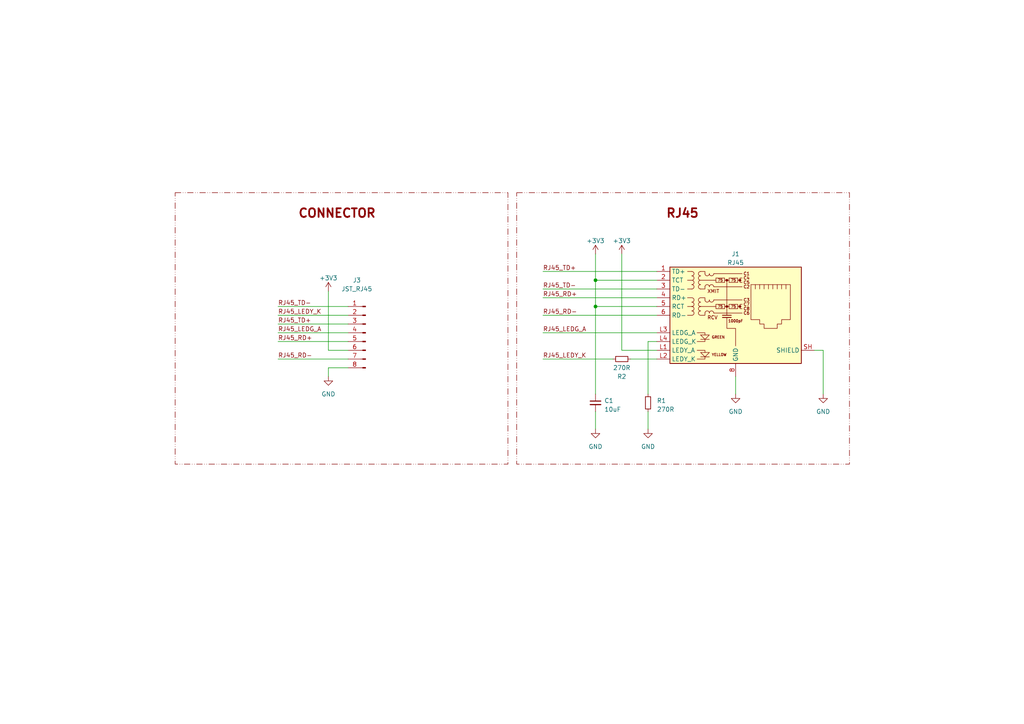
<source format=kicad_sch>
(kicad_sch (version 20230121) (generator eeschema)

  (uuid 1c06a03a-fa8f-499a-876a-82a008b3ec24)

  (paper "A4")

  (title_block
    (title "RJ45 Board")
    (date "2023-06-09")
    (rev "Rev0")
    (company "Aventen")
    (comment 1 "Author: RFidanci")
    (comment 2 "For the Aventen Formosa Sync ")
  )

  (lib_symbols
    (symbol "Connector:Conn_01x08_Pin" (pin_names (offset 1.016) hide) (in_bom yes) (on_board yes)
      (property "Reference" "J" (at 0 10.16 0)
        (effects (font (size 1.27 1.27)))
      )
      (property "Value" "Conn_01x08_Pin" (at 0 -12.7 0)
        (effects (font (size 1.27 1.27)))
      )
      (property "Footprint" "" (at 0 0 0)
        (effects (font (size 1.27 1.27)) hide)
      )
      (property "Datasheet" "~" (at 0 0 0)
        (effects (font (size 1.27 1.27)) hide)
      )
      (property "ki_locked" "" (at 0 0 0)
        (effects (font (size 1.27 1.27)))
      )
      (property "ki_keywords" "connector" (at 0 0 0)
        (effects (font (size 1.27 1.27)) hide)
      )
      (property "ki_description" "Generic connector, single row, 01x08, script generated" (at 0 0 0)
        (effects (font (size 1.27 1.27)) hide)
      )
      (property "ki_fp_filters" "Connector*:*_1x??_*" (at 0 0 0)
        (effects (font (size 1.27 1.27)) hide)
      )
      (symbol "Conn_01x08_Pin_1_1"
        (polyline
          (pts
            (xy 1.27 -10.16)
            (xy 0.8636 -10.16)
          )
          (stroke (width 0.1524) (type default))
          (fill (type none))
        )
        (polyline
          (pts
            (xy 1.27 -7.62)
            (xy 0.8636 -7.62)
          )
          (stroke (width 0.1524) (type default))
          (fill (type none))
        )
        (polyline
          (pts
            (xy 1.27 -5.08)
            (xy 0.8636 -5.08)
          )
          (stroke (width 0.1524) (type default))
          (fill (type none))
        )
        (polyline
          (pts
            (xy 1.27 -2.54)
            (xy 0.8636 -2.54)
          )
          (stroke (width 0.1524) (type default))
          (fill (type none))
        )
        (polyline
          (pts
            (xy 1.27 0)
            (xy 0.8636 0)
          )
          (stroke (width 0.1524) (type default))
          (fill (type none))
        )
        (polyline
          (pts
            (xy 1.27 2.54)
            (xy 0.8636 2.54)
          )
          (stroke (width 0.1524) (type default))
          (fill (type none))
        )
        (polyline
          (pts
            (xy 1.27 5.08)
            (xy 0.8636 5.08)
          )
          (stroke (width 0.1524) (type default))
          (fill (type none))
        )
        (polyline
          (pts
            (xy 1.27 7.62)
            (xy 0.8636 7.62)
          )
          (stroke (width 0.1524) (type default))
          (fill (type none))
        )
        (rectangle (start 0.8636 -10.033) (end 0 -10.287)
          (stroke (width 0.1524) (type default))
          (fill (type outline))
        )
        (rectangle (start 0.8636 -7.493) (end 0 -7.747)
          (stroke (width 0.1524) (type default))
          (fill (type outline))
        )
        (rectangle (start 0.8636 -4.953) (end 0 -5.207)
          (stroke (width 0.1524) (type default))
          (fill (type outline))
        )
        (rectangle (start 0.8636 -2.413) (end 0 -2.667)
          (stroke (width 0.1524) (type default))
          (fill (type outline))
        )
        (rectangle (start 0.8636 0.127) (end 0 -0.127)
          (stroke (width 0.1524) (type default))
          (fill (type outline))
        )
        (rectangle (start 0.8636 2.667) (end 0 2.413)
          (stroke (width 0.1524) (type default))
          (fill (type outline))
        )
        (rectangle (start 0.8636 5.207) (end 0 4.953)
          (stroke (width 0.1524) (type default))
          (fill (type outline))
        )
        (rectangle (start 0.8636 7.747) (end 0 7.493)
          (stroke (width 0.1524) (type default))
          (fill (type outline))
        )
        (pin passive line (at 5.08 7.62 180) (length 3.81)
          (name "Pin_1" (effects (font (size 1.27 1.27))))
          (number "1" (effects (font (size 1.27 1.27))))
        )
        (pin passive line (at 5.08 5.08 180) (length 3.81)
          (name "Pin_2" (effects (font (size 1.27 1.27))))
          (number "2" (effects (font (size 1.27 1.27))))
        )
        (pin passive line (at 5.08 2.54 180) (length 3.81)
          (name "Pin_3" (effects (font (size 1.27 1.27))))
          (number "3" (effects (font (size 1.27 1.27))))
        )
        (pin passive line (at 5.08 0 180) (length 3.81)
          (name "Pin_4" (effects (font (size 1.27 1.27))))
          (number "4" (effects (font (size 1.27 1.27))))
        )
        (pin passive line (at 5.08 -2.54 180) (length 3.81)
          (name "Pin_5" (effects (font (size 1.27 1.27))))
          (number "5" (effects (font (size 1.27 1.27))))
        )
        (pin passive line (at 5.08 -5.08 180) (length 3.81)
          (name "Pin_6" (effects (font (size 1.27 1.27))))
          (number "6" (effects (font (size 1.27 1.27))))
        )
        (pin passive line (at 5.08 -7.62 180) (length 3.81)
          (name "Pin_7" (effects (font (size 1.27 1.27))))
          (number "7" (effects (font (size 1.27 1.27))))
        )
        (pin passive line (at 5.08 -10.16 180) (length 3.81)
          (name "Pin_8" (effects (font (size 1.27 1.27))))
          (number "8" (effects (font (size 1.27 1.27))))
        )
      )
    )
    (symbol "Connector:RJ45_Bel_SI-60062-F" (in_bom yes) (on_board yes)
      (property "Reference" "J" (at 19.05 15.24 0)
        (effects (font (size 1.27 1.27)) (justify right))
      )
      (property "Value" "RJ45_Bel_SI-60062-F" (at -19.05 15.24 0)
        (effects (font (size 1.27 1.27)) (justify left))
      )
      (property "Footprint" "Connector_RJ:RJ45_Bel_SI-60062-F" (at 0 17.78 0)
        (effects (font (size 1.27 1.27)) hide)
      )
      (property "Datasheet" "https://belfuse.com/resources/drawings/magneticsolutions/dr-mag-si-60062-f.pdf" (at 0 20.32 0)
        (effects (font (size 1.27 1.27)) hide)
      )
      (property "ki_keywords" "RJ45 Magjack Socket" (at 0 0 0)
        (effects (font (size 1.27 1.27)) hide)
      )
      (property "ki_description" "1 Port RJ45 Magjack Connector Through Hole 10/100 Base-T, AutoMDIX" (at 0 0 0)
        (effects (font (size 1.27 1.27)) hide)
      )
      (property "ki_fp_filters" "RJ45*Bel*SI*60062*F*" (at 0 0 0)
        (effects (font (size 1.27 1.27)) hide)
      )
      (symbol "RJ45_Bel_SI-60062-F_0_0"
        (circle (center -2.54 2.54) (radius 0.254)
          (stroke (width 0.254) (type default))
          (fill (type outline))
        )
        (circle (center -2.54 10.16) (radius 0.254)
          (stroke (width 0.254) (type default))
          (fill (type outline))
        )
        (polyline
          (pts
            (xy -7.62 -12.065)
            (xy -10.16 -12.065)
          )
          (stroke (width 0) (type default))
          (fill (type none))
        )
        (polyline
          (pts
            (xy -7.62 -6.985)
            (xy -10.16 -6.985)
          )
          (stroke (width 0) (type default))
          (fill (type none))
        )
        (polyline
          (pts
            (xy -2.54 10.16)
            (xy -2.54 0)
          )
          (stroke (width 0) (type default))
          (fill (type none))
        )
        (polyline
          (pts
            (xy -1.27 -0.635)
            (xy -3.81 -0.635)
          )
          (stroke (width 0.254) (type default))
          (fill (type none))
        )
        (polyline
          (pts
            (xy -1.27 0)
            (xy -3.81 0)
          )
          (stroke (width 0.254) (type default))
          (fill (type none))
        )
        (polyline
          (pts
            (xy 1.27 2.54)
            (xy 0.635 2.54)
          )
          (stroke (width 0) (type default))
          (fill (type none))
        )
        (polyline
          (pts
            (xy 1.27 10.16)
            (xy 0.635 10.16)
          )
          (stroke (width 0) (type default))
          (fill (type none))
        )
        (polyline
          (pts
            (xy -11.176 -12.7)
            (xy -8.89 -12.7)
            (xy -8.89 -12.065)
          )
          (stroke (width 0) (type default))
          (fill (type none))
        )
        (polyline
          (pts
            (xy -11.176 -10.16)
            (xy -8.89 -10.16)
            (xy -8.89 -10.795)
          )
          (stroke (width 0) (type default))
          (fill (type none))
        )
        (polyline
          (pts
            (xy -11.176 -5.08)
            (xy -8.89 -5.08)
            (xy -8.89 -5.715)
          )
          (stroke (width 0) (type default))
          (fill (type none))
        )
        (polyline
          (pts
            (xy -8.89 -6.985)
            (xy -8.89 -7.62)
            (xy -11.176 -7.62)
          )
          (stroke (width 0) (type default))
          (fill (type none))
        )
        (polyline
          (pts
            (xy -10.16 -5.715)
            (xy -7.62 -5.715)
            (xy -8.89 -6.985)
            (xy -10.16 -5.715)
          )
          (stroke (width 0) (type default))
          (fill (type none))
        )
        (polyline
          (pts
            (xy -7.62 -10.795)
            (xy -10.16 -10.795)
            (xy -8.89 -12.065)
            (xy -7.62 -10.795)
          )
          (stroke (width 0) (type default))
          (fill (type none))
        )
        (polyline
          (pts
            (xy -2.54 -0.635)
            (xy -2.54 -3.81)
            (xy 0 -3.81)
            (xy 0 -8.89)
          )
          (stroke (width 0) (type default))
          (fill (type none))
        )
        (polyline
          (pts
            (xy 1.905 3.175)
            (xy 1.27 3.175)
            (xy 1.27 1.905)
            (xy 1.905 1.905)
          )
          (stroke (width 0) (type default))
          (fill (type none))
        )
        (polyline
          (pts
            (xy 1.905 10.795)
            (xy 1.27 10.795)
            (xy 1.27 9.525)
            (xy 1.905 9.525)
          )
          (stroke (width 0) (type default))
          (fill (type none))
        )
        (circle (center 1.27 2.54) (radius 0.254)
          (stroke (width 0.254) (type default))
          (fill (type outline))
        )
        (circle (center 1.27 10.16) (radius 0.254)
          (stroke (width 0.254) (type default))
          (fill (type outline))
        )
        (text "1000pF" (at 0 -1.651 0)
          (effects (font (size 0.762 0.762)))
        )
        (text "75" (at -4.445 2.54 0)
          (effects (font (size 0.762 0.762)))
        )
        (text "75" (at -4.445 10.16 0)
          (effects (font (size 0.762 0.762)))
        )
        (text "75" (at -0.635 2.54 0)
          (effects (font (size 0.762 0.762)))
        )
        (text "75" (at -0.635 10.16 0)
          (effects (font (size 0.762 0.762)))
        )
        (text "C1" (at 3.175 12.065 0)
          (effects (font (size 0.889 0.889)))
        )
        (text "C2" (at 3.175 8.255 0)
          (effects (font (size 0.889 0.889)))
        )
        (text "C3" (at 3.175 4.445 0)
          (effects (font (size 0.889 0.889)))
        )
        (text "C4" (at 3.175 10.795 0)
          (effects (font (size 0.889 0.889)))
        )
        (text "C5" (at 3.175 9.525 0)
          (effects (font (size 0.889 0.889)))
        )
        (text "C6" (at 3.175 0.635 0)
          (effects (font (size 0.889 0.889)))
        )
        (text "C7" (at 3.175 3.175 0)
          (effects (font (size 0.889 0.889)))
        )
        (text "C8" (at 3.175 1.905 0)
          (effects (font (size 0.889 0.889)))
        )
        (text "GREEN" (at -6.985 -6.35 0)
          (effects (font (size 0.762 0.762)) (justify left))
        )
        (text "RCV" (at -8.255 -0.635 0)
          (effects (font (size 1.016 1.016)) (justify left))
        )
        (text "XMIT" (at -8.255 6.985 0)
          (effects (font (size 1.016 1.016)) (justify left))
        )
        (text "YELLOW" (at -6.985 -11.43 0)
          (effects (font (size 0.762 0.762)) (justify left))
        )
      )
      (symbol "RJ45_Bel_SI-60062-F_0_1"
        (rectangle (start -19.05 -13.97) (end 19.05 13.97)
          (stroke (width 0.254) (type default))
          (fill (type background))
        )
        (arc (start -12.7 0) (mid -12.0677 0.635) (end -12.7 1.27)
          (stroke (width 0) (type default))
          (fill (type none))
        )
        (arc (start -12.7 1.27) (mid -12.0677 1.905) (end -12.7 2.54)
          (stroke (width 0) (type default))
          (fill (type none))
        )
        (arc (start -12.7 2.54) (mid -12.0677 3.175) (end -12.7 3.81)
          (stroke (width 0) (type default))
          (fill (type none))
        )
        (arc (start -12.7 3.81) (mid -12.0677 4.445) (end -12.7 5.08)
          (stroke (width 0) (type default))
          (fill (type none))
        )
        (arc (start -12.7 7.62) (mid -12.0677 8.255) (end -12.7 8.89)
          (stroke (width 0) (type default))
          (fill (type none))
        )
        (arc (start -12.7 8.89) (mid -12.0677 9.525) (end -12.7 10.16)
          (stroke (width 0) (type default))
          (fill (type none))
        )
        (arc (start -12.7 10.16) (mid -12.0677 10.795) (end -12.7 11.43)
          (stroke (width 0) (type default))
          (fill (type none))
        )
        (arc (start -12.7 11.43) (mid -12.0677 12.065) (end -12.7 12.7)
          (stroke (width 0) (type default))
          (fill (type none))
        )
        (arc (start -10.16 1.27) (mid -10.7923 0.635) (end -10.16 0)
          (stroke (width 0) (type default))
          (fill (type none))
        )
        (arc (start -10.16 2.54) (mid -10.7923 1.905) (end -10.16 1.27)
          (stroke (width 0) (type default))
          (fill (type none))
        )
        (arc (start -10.16 3.81) (mid -10.7923 3.175) (end -10.16 2.54)
          (stroke (width 0) (type default))
          (fill (type none))
        )
        (arc (start -10.16 5.08) (mid -10.7923 4.445) (end -10.16 3.81)
          (stroke (width 0) (type default))
          (fill (type none))
        )
        (arc (start -10.16 8.89) (mid -10.7923 8.255) (end -10.16 7.62)
          (stroke (width 0) (type default))
          (fill (type none))
        )
        (arc (start -10.16 10.16) (mid -10.7923 9.525) (end -10.16 8.89)
          (stroke (width 0) (type default))
          (fill (type none))
        )
        (arc (start -10.16 11.43) (mid -10.7923 10.795) (end -10.16 10.16)
          (stroke (width 0) (type default))
          (fill (type none))
        )
        (arc (start -10.16 12.7) (mid -10.7923 12.065) (end -10.16 11.43)
          (stroke (width 0) (type default))
          (fill (type none))
        )
        (arc (start -8.89 4.445) (mid -8.255 3.8127) (end -7.62 4.445)
          (stroke (width 0) (type default))
          (fill (type none))
        )
        (arc (start -8.89 12.065) (mid -8.255 11.4327) (end -7.62 12.065)
          (stroke (width 0) (type default))
          (fill (type none))
        )
        (arc (start -7.62 0.635) (mid -8.255 1.2673) (end -8.89 0.635)
          (stroke (width 0) (type default))
          (fill (type none))
        )
        (arc (start -7.62 4.445) (mid -6.985 3.8127) (end -6.35 4.445)
          (stroke (width 0) (type default))
          (fill (type none))
        )
        (arc (start -7.62 8.255) (mid -8.255 8.8873) (end -8.89 8.255)
          (stroke (width 0) (type default))
          (fill (type none))
        )
        (arc (start -7.62 12.065) (mid -6.985 11.4327) (end -6.35 12.065)
          (stroke (width 0) (type default))
          (fill (type none))
        )
        (arc (start -6.35 0.635) (mid -6.985 1.2673) (end -7.62 0.635)
          (stroke (width 0) (type default))
          (fill (type none))
        )
        (arc (start -6.35 8.255) (mid -6.985 8.8873) (end -7.62 8.255)
          (stroke (width 0) (type default))
          (fill (type none))
        )
        (rectangle (start -5.715 3.175) (end -3.175 1.905)
          (stroke (width 0) (type default))
          (fill (type none))
        )
        (rectangle (start -5.715 10.795) (end -3.175 9.525)
          (stroke (width 0) (type default))
          (fill (type none))
        )
        (rectangle (start -1.905 3.175) (end 0.635 1.905)
          (stroke (width 0) (type default))
          (fill (type none))
        )
        (rectangle (start -1.905 10.795) (end 0.635 9.525)
          (stroke (width 0) (type default))
          (fill (type none))
        )
        (polyline
          (pts
            (xy -12.7 0)
            (xy -13.97 0)
          )
          (stroke (width 0) (type default))
          (fill (type none))
        )
        (polyline
          (pts
            (xy -12.7 2.54)
            (xy -13.97 2.54)
          )
          (stroke (width 0) (type default))
          (fill (type none))
        )
        (polyline
          (pts
            (xy -12.7 5.08)
            (xy -13.97 5.08)
          )
          (stroke (width 0) (type default))
          (fill (type none))
        )
        (polyline
          (pts
            (xy -12.7 7.62)
            (xy -13.97 7.62)
          )
          (stroke (width 0) (type default))
          (fill (type none))
        )
        (polyline
          (pts
            (xy -12.7 10.16)
            (xy -13.97 10.16)
          )
          (stroke (width 0) (type default))
          (fill (type none))
        )
        (polyline
          (pts
            (xy -12.7 12.7)
            (xy -13.97 12.7)
          )
          (stroke (width 0) (type default))
          (fill (type none))
        )
        (polyline
          (pts
            (xy -6.35 0.635)
            (xy 1.905 0.635)
          )
          (stroke (width 0) (type default))
          (fill (type none))
        )
        (polyline
          (pts
            (xy -6.35 4.445)
            (xy 1.905 4.445)
          )
          (stroke (width 0) (type default))
          (fill (type none))
        )
        (polyline
          (pts
            (xy -6.35 8.255)
            (xy 1.905 8.255)
          )
          (stroke (width 0) (type default))
          (fill (type none))
        )
        (polyline
          (pts
            (xy -6.35 12.065)
            (xy 1.905 12.065)
          )
          (stroke (width 0) (type default))
          (fill (type none))
        )
        (polyline
          (pts
            (xy -5.715 2.54)
            (xy -10.16 2.54)
          )
          (stroke (width 0) (type default))
          (fill (type none))
        )
        (polyline
          (pts
            (xy -5.715 10.16)
            (xy -10.16 10.16)
          )
          (stroke (width 0) (type default))
          (fill (type none))
        )
        (polyline
          (pts
            (xy -3.175 2.54)
            (xy -1.905 2.54)
          )
          (stroke (width 0) (type default))
          (fill (type none))
        )
        (polyline
          (pts
            (xy -3.175 10.16)
            (xy -1.905 10.16)
          )
          (stroke (width 0) (type default))
          (fill (type none))
        )
        (polyline
          (pts
            (xy 5.715 7.62)
            (xy 5.715 8.89)
          )
          (stroke (width 0) (type default))
          (fill (type none))
        )
        (polyline
          (pts
            (xy 6.985 8.89)
            (xy 6.985 7.62)
          )
          (stroke (width 0) (type default))
          (fill (type none))
        )
        (polyline
          (pts
            (xy 8.255 8.89)
            (xy 8.255 7.62)
          )
          (stroke (width 0) (type default))
          (fill (type none))
        )
        (polyline
          (pts
            (xy 9.525 8.89)
            (xy 9.525 7.62)
          )
          (stroke (width 0) (type default))
          (fill (type none))
        )
        (polyline
          (pts
            (xy 10.795 8.89)
            (xy 10.795 7.62)
          )
          (stroke (width 0) (type default))
          (fill (type none))
        )
        (polyline
          (pts
            (xy 12.065 8.89)
            (xy 12.065 7.62)
          )
          (stroke (width 0) (type default))
          (fill (type none))
        )
        (polyline
          (pts
            (xy 13.335 7.62)
            (xy 13.335 8.89)
          )
          (stroke (width 0) (type default))
          (fill (type none))
        )
        (polyline
          (pts
            (xy 14.605 7.62)
            (xy 14.605 8.89)
          )
          (stroke (width 0) (type default))
          (fill (type none))
        )
        (polyline
          (pts
            (xy -10.16 5.08)
            (xy -8.89 5.08)
            (xy -8.89 4.445)
          )
          (stroke (width 0) (type default))
          (fill (type none))
        )
        (polyline
          (pts
            (xy -10.16 12.7)
            (xy -8.89 12.7)
            (xy -8.89 12.065)
          )
          (stroke (width 0) (type default))
          (fill (type none))
        )
        (polyline
          (pts
            (xy -8.89 0.635)
            (xy -8.89 0)
            (xy -10.16 0)
          )
          (stroke (width 0) (type default))
          (fill (type none))
        )
        (polyline
          (pts
            (xy -8.89 8.255)
            (xy -8.89 7.62)
            (xy -10.16 7.62)
          )
          (stroke (width 0) (type default))
          (fill (type none))
        )
        (polyline
          (pts
            (xy 4.445 8.89)
            (xy 15.875 8.89)
            (xy 15.875 -1.27)
            (xy 13.335 -1.27)
            (xy 13.335 -2.54)
            (xy 12.065 -2.54)
            (xy 12.065 -3.81)
            (xy 8.255 -3.81)
            (xy 8.255 -2.54)
            (xy 6.985 -2.54)
            (xy 6.985 -1.27)
            (xy 4.445 -1.27)
            (xy 4.445 8.89)
          )
          (stroke (width 0) (type default))
          (fill (type none))
        )
      )
      (symbol "RJ45_Bel_SI-60062-F_1_1"
        (pin passive line (at -22.86 12.7 0) (length 3.81)
          (name "TD+" (effects (font (size 1.27 1.27))))
          (number "1" (effects (font (size 1.27 1.27))))
        )
        (pin passive line (at -22.86 10.16 0) (length 3.81)
          (name "TCT" (effects (font (size 1.27 1.27))))
          (number "2" (effects (font (size 1.27 1.27))))
        )
        (pin passive line (at -22.86 7.62 0) (length 3.81)
          (name "TD-" (effects (font (size 1.27 1.27))))
          (number "3" (effects (font (size 1.27 1.27))))
        )
        (pin passive line (at -22.86 5.08 0) (length 3.81)
          (name "RD+" (effects (font (size 1.27 1.27))))
          (number "4" (effects (font (size 1.27 1.27))))
        )
        (pin passive line (at -22.86 2.54 0) (length 3.81)
          (name "RCT" (effects (font (size 1.27 1.27))))
          (number "5" (effects (font (size 1.27 1.27))))
        )
        (pin passive line (at -22.86 0 0) (length 3.81)
          (name "RD-" (effects (font (size 1.27 1.27))))
          (number "6" (effects (font (size 1.27 1.27))))
        )
        (pin no_connect line (at 5.08 -5.08 0) (length 0) hide
          (name "NC" (effects (font (size 1.27 1.27))))
          (number "7" (effects (font (size 1.27 1.27))))
        )
        (pin power_in line (at 0 -17.78 90) (length 3.81)
          (name "GND" (effects (font (size 1.27 1.27))))
          (number "8" (effects (font (size 1.27 1.27))))
        )
        (pin passive line (at -22.86 -10.16 0) (length 3.81)
          (name "LEDY_A" (effects (font (size 1.27 1.27))))
          (number "L1" (effects (font (size 1.27 1.27))))
        )
        (pin passive line (at -22.86 -12.7 0) (length 3.81)
          (name "LEDY_K" (effects (font (size 1.27 1.27))))
          (number "L2" (effects (font (size 1.27 1.27))))
        )
        (pin passive line (at -22.86 -5.08 0) (length 3.81)
          (name "LEDG_A" (effects (font (size 1.27 1.27))))
          (number "L3" (effects (font (size 1.27 1.27))))
        )
        (pin passive line (at -22.86 -7.62 0) (length 3.81)
          (name "LEDG_K" (effects (font (size 1.27 1.27))))
          (number "L4" (effects (font (size 1.27 1.27))))
        )
        (pin passive line (at 22.86 -10.16 180) (length 3.81)
          (name "SHIELD" (effects (font (size 1.27 1.27))))
          (number "SH" (effects (font (size 1.27 1.27))))
        )
      )
    )
    (symbol "Device:C_Small" (pin_numbers hide) (pin_names (offset 0.254) hide) (in_bom yes) (on_board yes)
      (property "Reference" "C" (at 0.254 1.778 0)
        (effects (font (size 1.27 1.27)) (justify left))
      )
      (property "Value" "C_Small" (at 0.254 -2.032 0)
        (effects (font (size 1.27 1.27)) (justify left))
      )
      (property "Footprint" "" (at 0 0 0)
        (effects (font (size 1.27 1.27)) hide)
      )
      (property "Datasheet" "~" (at 0 0 0)
        (effects (font (size 1.27 1.27)) hide)
      )
      (property "ki_keywords" "capacitor cap" (at 0 0 0)
        (effects (font (size 1.27 1.27)) hide)
      )
      (property "ki_description" "Unpolarized capacitor, small symbol" (at 0 0 0)
        (effects (font (size 1.27 1.27)) hide)
      )
      (property "ki_fp_filters" "C_*" (at 0 0 0)
        (effects (font (size 1.27 1.27)) hide)
      )
      (symbol "C_Small_0_1"
        (polyline
          (pts
            (xy -1.524 -0.508)
            (xy 1.524 -0.508)
          )
          (stroke (width 0.3302) (type default))
          (fill (type none))
        )
        (polyline
          (pts
            (xy -1.524 0.508)
            (xy 1.524 0.508)
          )
          (stroke (width 0.3048) (type default))
          (fill (type none))
        )
      )
      (symbol "C_Small_1_1"
        (pin passive line (at 0 2.54 270) (length 2.032)
          (name "~" (effects (font (size 1.27 1.27))))
          (number "1" (effects (font (size 1.27 1.27))))
        )
        (pin passive line (at 0 -2.54 90) (length 2.032)
          (name "~" (effects (font (size 1.27 1.27))))
          (number "2" (effects (font (size 1.27 1.27))))
        )
      )
    )
    (symbol "Device:R_Small" (pin_numbers hide) (pin_names (offset 0.254) hide) (in_bom yes) (on_board yes)
      (property "Reference" "R" (at 0.762 0.508 0)
        (effects (font (size 1.27 1.27)) (justify left))
      )
      (property "Value" "R_Small" (at 0.762 -1.016 0)
        (effects (font (size 1.27 1.27)) (justify left))
      )
      (property "Footprint" "" (at 0 0 0)
        (effects (font (size 1.27 1.27)) hide)
      )
      (property "Datasheet" "~" (at 0 0 0)
        (effects (font (size 1.27 1.27)) hide)
      )
      (property "ki_keywords" "R resistor" (at 0 0 0)
        (effects (font (size 1.27 1.27)) hide)
      )
      (property "ki_description" "Resistor, small symbol" (at 0 0 0)
        (effects (font (size 1.27 1.27)) hide)
      )
      (property "ki_fp_filters" "R_*" (at 0 0 0)
        (effects (font (size 1.27 1.27)) hide)
      )
      (symbol "R_Small_0_1"
        (rectangle (start -0.762 1.778) (end 0.762 -1.778)
          (stroke (width 0.2032) (type default))
          (fill (type none))
        )
      )
      (symbol "R_Small_1_1"
        (pin passive line (at 0 2.54 270) (length 0.762)
          (name "~" (effects (font (size 1.27 1.27))))
          (number "1" (effects (font (size 1.27 1.27))))
        )
        (pin passive line (at 0 -2.54 90) (length 0.762)
          (name "~" (effects (font (size 1.27 1.27))))
          (number "2" (effects (font (size 1.27 1.27))))
        )
      )
    )
    (symbol "power:+3V3" (power) (pin_names (offset 0)) (in_bom yes) (on_board yes)
      (property "Reference" "#PWR" (at 0 -3.81 0)
        (effects (font (size 1.27 1.27)) hide)
      )
      (property "Value" "+3V3" (at 0 3.556 0)
        (effects (font (size 1.27 1.27)))
      )
      (property "Footprint" "" (at 0 0 0)
        (effects (font (size 1.27 1.27)) hide)
      )
      (property "Datasheet" "" (at 0 0 0)
        (effects (font (size 1.27 1.27)) hide)
      )
      (property "ki_keywords" "global power" (at 0 0 0)
        (effects (font (size 1.27 1.27)) hide)
      )
      (property "ki_description" "Power symbol creates a global label with name \"+3V3\"" (at 0 0 0)
        (effects (font (size 1.27 1.27)) hide)
      )
      (symbol "+3V3_0_1"
        (polyline
          (pts
            (xy -0.762 1.27)
            (xy 0 2.54)
          )
          (stroke (width 0) (type default))
          (fill (type none))
        )
        (polyline
          (pts
            (xy 0 0)
            (xy 0 2.54)
          )
          (stroke (width 0) (type default))
          (fill (type none))
        )
        (polyline
          (pts
            (xy 0 2.54)
            (xy 0.762 1.27)
          )
          (stroke (width 0) (type default))
          (fill (type none))
        )
      )
      (symbol "+3V3_1_1"
        (pin power_in line (at 0 0 90) (length 0) hide
          (name "+3V3" (effects (font (size 1.27 1.27))))
          (number "1" (effects (font (size 1.27 1.27))))
        )
      )
    )
    (symbol "power:GND" (power) (pin_names (offset 0)) (in_bom yes) (on_board yes)
      (property "Reference" "#PWR" (at 0 -6.35 0)
        (effects (font (size 1.27 1.27)) hide)
      )
      (property "Value" "GND" (at 0 -3.81 0)
        (effects (font (size 1.27 1.27)))
      )
      (property "Footprint" "" (at 0 0 0)
        (effects (font (size 1.27 1.27)) hide)
      )
      (property "Datasheet" "" (at 0 0 0)
        (effects (font (size 1.27 1.27)) hide)
      )
      (property "ki_keywords" "global power" (at 0 0 0)
        (effects (font (size 1.27 1.27)) hide)
      )
      (property "ki_description" "Power symbol creates a global label with name \"GND\" , ground" (at 0 0 0)
        (effects (font (size 1.27 1.27)) hide)
      )
      (symbol "GND_0_1"
        (polyline
          (pts
            (xy 0 0)
            (xy 0 -1.27)
            (xy 1.27 -1.27)
            (xy 0 -2.54)
            (xy -1.27 -1.27)
            (xy 0 -1.27)
          )
          (stroke (width 0) (type default))
          (fill (type none))
        )
      )
      (symbol "GND_1_1"
        (pin power_in line (at 0 0 270) (length 0) hide
          (name "GND" (effects (font (size 1.27 1.27))))
          (number "1" (effects (font (size 1.27 1.27))))
        )
      )
    )
  )

  (junction (at 172.72 88.9) (diameter 0) (color 0 0 0 0)
    (uuid 45311a1b-937b-49a9-a8ae-8342e24d9877)
  )
  (junction (at 172.72 81.28) (diameter 0) (color 0 0 0 0)
    (uuid 80fabe2d-e84f-4938-9970-97d0c0c8b68b)
  )

  (wire (pts (xy 157.48 78.74) (xy 190.5 78.74))
    (stroke (width 0) (type default))
    (uuid 0f4f6053-a796-44a9-9c6f-a5a66a4a3f2b)
  )
  (wire (pts (xy 187.96 114.3) (xy 187.96 99.06))
    (stroke (width 0) (type default))
    (uuid 10588040-d330-4868-9814-62e2799835d8)
  )
  (wire (pts (xy 80.645 104.14) (xy 100.965 104.14))
    (stroke (width 0) (type default))
    (uuid 1111a4de-fca2-48f4-8afc-0afd8e185183)
  )
  (wire (pts (xy 180.34 73.66) (xy 180.34 101.6))
    (stroke (width 0) (type default))
    (uuid 1c27d968-de6d-4947-bcfe-bd625aae6c52)
  )
  (wire (pts (xy 157.48 83.82) (xy 190.5 83.82))
    (stroke (width 0) (type default))
    (uuid 211e37ee-590b-4439-85c3-8c2b024bc814)
  )
  (wire (pts (xy 172.72 73.66) (xy 172.72 81.28))
    (stroke (width 0) (type default))
    (uuid 230d2d11-20fa-4312-9a72-4b927a540999)
  )
  (wire (pts (xy 213.36 109.22) (xy 213.36 114.3))
    (stroke (width 0) (type default))
    (uuid 2c7965c5-ce9d-4024-beee-eda82e660ffd)
  )
  (wire (pts (xy 187.96 119.38) (xy 187.96 124.46))
    (stroke (width 0) (type default))
    (uuid 3990e536-8a0c-4148-8261-61c265f11478)
  )
  (wire (pts (xy 182.88 104.14) (xy 190.5 104.14))
    (stroke (width 0) (type default))
    (uuid 3bdc5979-ad13-455b-b541-bc9efa2989d5)
  )
  (wire (pts (xy 157.48 104.14) (xy 177.8 104.14))
    (stroke (width 0) (type default))
    (uuid 3d323413-f2e5-44c5-8b42-b49a6b47a0db)
  )
  (wire (pts (xy 157.48 86.36) (xy 190.5 86.36))
    (stroke (width 0) (type default))
    (uuid 4a7218f0-4aa2-48e9-a19d-a24c5e340042)
  )
  (wire (pts (xy 80.645 88.9) (xy 100.965 88.9))
    (stroke (width 0) (type default))
    (uuid 4c473a6c-b2fd-4811-99b6-657b08c5f086)
  )
  (wire (pts (xy 187.96 99.06) (xy 190.5 99.06))
    (stroke (width 0) (type default))
    (uuid 54d33c1c-cd8c-4214-a3de-c300c4e6f972)
  )
  (wire (pts (xy 172.72 88.9) (xy 172.72 81.28))
    (stroke (width 0) (type default))
    (uuid 55dab9e7-7ffb-4216-a284-92ac12e0960d)
  )
  (wire (pts (xy 172.72 119.38) (xy 172.72 124.46))
    (stroke (width 0) (type default))
    (uuid 5c51e93f-b5b3-4004-b88c-b5a9e7e80c4b)
  )
  (wire (pts (xy 95.25 101.6) (xy 100.965 101.6))
    (stroke (width 0) (type default))
    (uuid 6cd35ba5-14d8-4994-9b75-6173a6bd9527)
  )
  (wire (pts (xy 95.25 84.455) (xy 95.25 101.6))
    (stroke (width 0) (type default))
    (uuid 735486bd-89e5-443a-b1fd-d7832b14ca1b)
  )
  (wire (pts (xy 95.25 109.22) (xy 95.25 106.68))
    (stroke (width 0) (type default))
    (uuid 74486119-c267-46c0-a546-6e51bae64059)
  )
  (wire (pts (xy 80.645 96.52) (xy 100.965 96.52))
    (stroke (width 0) (type default))
    (uuid 792ad49c-6c12-4852-8371-8182aff4442e)
  )
  (wire (pts (xy 172.72 88.9) (xy 190.5 88.9))
    (stroke (width 0) (type default))
    (uuid 7b4e314c-ac6b-4afc-9fdf-949d4021ff8f)
  )
  (wire (pts (xy 238.76 101.6) (xy 238.76 114.3))
    (stroke (width 0) (type default))
    (uuid 8022235f-9720-4271-a73d-c5bf27d49b72)
  )
  (wire (pts (xy 172.72 81.28) (xy 190.5 81.28))
    (stroke (width 0) (type default))
    (uuid 83505f4a-e8b3-41c9-9c49-6eab47711813)
  )
  (wire (pts (xy 80.645 91.44) (xy 100.965 91.44))
    (stroke (width 0) (type default))
    (uuid 94b93745-8c21-417b-8b67-05e8225ebae5)
  )
  (wire (pts (xy 80.645 99.06) (xy 100.965 99.06))
    (stroke (width 0) (type default))
    (uuid a1a786a4-0504-4d67-8b14-6b8b5c6eef56)
  )
  (wire (pts (xy 157.48 91.44) (xy 190.5 91.44))
    (stroke (width 0) (type default))
    (uuid aa6a116c-4ad6-4165-96e2-1054b26d9609)
  )
  (wire (pts (xy 80.645 93.98) (xy 100.965 93.98))
    (stroke (width 0) (type default))
    (uuid b626b302-92cb-4757-bf76-da1aabfc169a)
  )
  (wire (pts (xy 95.25 106.68) (xy 100.965 106.68))
    (stroke (width 0) (type default))
    (uuid b6b35f28-b4de-4b4b-899e-e0f6bd33d6aa)
  )
  (wire (pts (xy 236.22 101.6) (xy 238.76 101.6))
    (stroke (width 0) (type default))
    (uuid c474e686-9b40-4dc7-8380-6fa63f562d3d)
  )
  (wire (pts (xy 180.34 101.6) (xy 190.5 101.6))
    (stroke (width 0) (type default))
    (uuid d5642f7f-a432-470a-bbc0-b9879b4db9db)
  )
  (wire (pts (xy 157.48 96.52) (xy 190.5 96.52))
    (stroke (width 0) (type default))
    (uuid e9b65293-4b7e-4c00-8bb7-98987c51aff6)
  )
  (wire (pts (xy 172.72 88.9) (xy 172.72 114.3))
    (stroke (width 0) (type default))
    (uuid fae74620-dde3-4725-85a1-e0a682c6d02b)
  )

  (rectangle (start 149.86 55.88) (end 246.38 134.62)
    (stroke (width 0) (type dash_dot_dot) (color 132 0 0 1))
    (fill (type none))
    (uuid 5b597f47-a890-4576-84a9-adb236ab96f1)
  )
  (rectangle (start 50.8 55.88) (end 147.32 134.62)
    (stroke (width 0) (type dash_dot_dot) (color 132 0 0 1))
    (fill (type none))
    (uuid c5194803-d3ee-4e7f-90c0-d902977bbe52)
  )

  (text "CONNECTOR" (at 86.36 63.5 0)
    (effects (font (size 2.5 2.5) (thickness 0.5) bold (color 132 0 0 1)) (justify left bottom))
    (uuid 1d7c1942-8031-42a2-b3cb-869442282cfd)
  )
  (text "RJ45" (at 193.04 63.5 0)
    (effects (font (size 2.5 2.5) (thickness 0.5) bold (color 132 0 0 1)) (justify left bottom))
    (uuid 94f0bce0-8775-48aa-a798-1a813628106f)
  )

  (label "RJ45_RD+" (at 157.48 86.36 0) (fields_autoplaced)
    (effects (font (size 1.27 1.27) (color 132 0 0 1)) (justify left bottom))
    (uuid 08b024af-5377-48f0-9ed7-b5f36af618b1)
  )
  (label "RJ45_TD-" (at 157.48 83.82 0) (fields_autoplaced)
    (effects (font (size 1.27 1.27) (color 132 0 0 1)) (justify left bottom))
    (uuid 17a96b52-2510-4fe8-a0d2-d58b54d43eca)
  )
  (label "RJ45_LEDY_K" (at 157.48 104.14 0) (fields_autoplaced)
    (effects (font (size 1.27 1.27) (color 132 0 0 1)) (justify left bottom))
    (uuid 2ddf651c-4aa3-480d-8adf-779ece3005b2)
  )
  (label "RJ45_RD-" (at 157.48 91.44 0) (fields_autoplaced)
    (effects (font (size 1.27 1.27) (color 132 0 0 1)) (justify left bottom))
    (uuid 32f25f46-fe28-4949-8e09-1b6cccb03f66)
  )
  (label "RJ45_LEDG_A" (at 80.645 96.52 0) (fields_autoplaced)
    (effects (font (size 1.27 1.27) (color 132 0 0 1)) (justify left bottom))
    (uuid 45c8c6db-c66e-49eb-996d-ecd58343925d)
  )
  (label "RJ45_LEDY_K" (at 80.645 91.44 0) (fields_autoplaced)
    (effects (font (size 1.27 1.27) (color 132 0 0 1)) (justify left bottom))
    (uuid 6db517e0-ac70-408a-89b8-4a0e6edf0263)
  )
  (label "RJ45_RD+" (at 80.645 99.06 0) (fields_autoplaced)
    (effects (font (size 1.27 1.27) (color 132 0 0 1)) (justify left bottom))
    (uuid b12c8c34-b50c-440e-8374-69ee1bcecd3e)
  )
  (label "RJ45_TD+" (at 157.48 78.74 0) (fields_autoplaced)
    (effects (font (size 1.27 1.27) (color 132 0 0 1)) (justify left bottom))
    (uuid b72e7d93-a959-41b8-a992-1be59c60db8b)
  )
  (label "RJ45_LEDG_A" (at 157.48 96.52 0) (fields_autoplaced)
    (effects (font (size 1.27 1.27) (color 132 0 0 1)) (justify left bottom))
    (uuid b89aa4f5-d842-4537-aa58-04b0a54d9b92)
  )
  (label "RJ45_RD-" (at 80.645 104.14 0) (fields_autoplaced)
    (effects (font (size 1.27 1.27) (color 132 0 0 1)) (justify left bottom))
    (uuid c6a26a66-6314-41f0-822a-952df3cc6a90)
  )
  (label "RJ45_TD-" (at 80.645 88.9 0) (fields_autoplaced)
    (effects (font (size 1.27 1.27) (color 132 0 0 1)) (justify left bottom))
    (uuid cc7f088a-2edf-4a09-a5da-617d68df6a89)
  )
  (label "RJ45_TD+" (at 80.645 93.98 0) (fields_autoplaced)
    (effects (font (size 1.27 1.27) (color 132 0 0 1)) (justify left bottom))
    (uuid e9925398-f3eb-4de2-9c43-d885d0ceddc4)
  )

  (symbol (lib_id "Connector:RJ45_Bel_SI-60062-F") (at 213.36 91.44 0) (unit 1)
    (in_bom yes) (on_board yes) (dnp no) (fields_autoplaced)
    (uuid 022e4063-fcbb-46c6-b9b8-364a7766224d)
    (property "Reference" "J1" (at 213.36 73.66 0)
      (effects (font (size 1.27 1.27)))
    )
    (property "Value" "RJ45" (at 213.36 76.2 0)
      (effects (font (size 1.27 1.27)))
    )
    (property "Footprint" "Connector_RJ:RJ45_Bel_SI-60062-F" (at 213.36 73.66 0)
      (effects (font (size 1.27 1.27)) hide)
    )
    (property "Datasheet" "~" (at 213.36 71.12 0)
      (effects (font (size 1.27 1.27)) hide)
    )
    (property "Mouser Part" "" (at 213.36 91.44 0)
      (effects (font (size 1.27 1.27)) hide)
    )
    (property "LCSC Part" "" (at 213.36 91.44 0)
      (effects (font (size 1.27 1.27)) hide)
    )
    (pin "1" (uuid c5e53c2e-a4ac-46bf-8514-b00ae92a42d6))
    (pin "2" (uuid 65b29568-790c-4d89-8c75-77b97daf5035))
    (pin "3" (uuid 5492cc53-cb42-4bc8-8083-ed46fc870551))
    (pin "4" (uuid afeaccba-d0f1-4201-912b-2288115113e0))
    (pin "5" (uuid fedbb559-17cb-4ff8-ac2e-dd153fd5b75a))
    (pin "6" (uuid 69b2508e-ec76-42d5-a739-e6c4bbaba782))
    (pin "7" (uuid 76ae0859-e489-422f-81d9-2e438fe5b644))
    (pin "8" (uuid 456f4fc4-8feb-434e-a6f0-60e4fc81afe0))
    (pin "L1" (uuid df392827-10cd-4f7b-af6f-84c5665393e7))
    (pin "L2" (uuid 7eb88689-8ebc-401d-9ca9-4f61c497052c))
    (pin "L3" (uuid 488129a3-9345-4ac1-8ce9-2100523eb04a))
    (pin "L4" (uuid 98efd8ca-8793-4a36-ba11-7ad006af77eb))
    (pin "SH" (uuid 33de00bb-473a-4921-9526-c003e3752dbd))
    (instances
      (project "RJ45 Board"
        (path "/1c06a03a-fa8f-499a-876a-82a008b3ec24"
          (reference "J1") (unit 1)
        )
      )
      (project "IMX Dev Board"
        (path "/4905e25e-58ac-47e8-b573-feebdcc4c46a"
          (reference "J4") (unit 1)
        )
      )
    )
  )

  (symbol (lib_id "Device:R_Small") (at 180.34 104.14 270) (mirror x) (unit 1)
    (in_bom yes) (on_board yes) (dnp no)
    (uuid 4d09a92d-c315-415b-9834-6d6dd89577dd)
    (property "Reference" "R2" (at 180.34 109.22 90)
      (effects (font (size 1.27 1.27)))
    )
    (property "Value" "270R" (at 180.34 106.68 90)
      (effects (font (size 1.27 1.27)))
    )
    (property "Footprint" "Resistor_SMD:R_0201_0603Metric" (at 180.34 104.14 0)
      (effects (font (size 1.27 1.27)) hide)
    )
    (property "Datasheet" "~" (at 180.34 104.14 0)
      (effects (font (size 1.27 1.27)) hide)
    )
    (property "Mouser Part" "" (at 180.34 104.14 0)
      (effects (font (size 1.27 1.27)) hide)
    )
    (property "LCSC Part" "C144821" (at 180.34 104.14 0)
      (effects (font (size 1.27 1.27)) hide)
    )
    (pin "1" (uuid 355ad384-1c01-4c8e-ad1b-1b35b240d126))
    (pin "2" (uuid 7607630b-0f44-4670-9e89-228b08f40b8f))
    (instances
      (project "RJ45 Board"
        (path "/1c06a03a-fa8f-499a-876a-82a008b3ec24"
          (reference "R2") (unit 1)
        )
      )
      (project "IMX Dev Board"
        (path "/4905e25e-58ac-47e8-b573-feebdcc4c46a"
          (reference "R14") (unit 1)
        )
      )
    )
  )

  (symbol (lib_id "Connector:Conn_01x08_Pin") (at 106.045 96.52 0) (mirror y) (unit 1)
    (in_bom yes) (on_board yes) (dnp no)
    (uuid 52eb8ea3-08e7-4f48-af47-18841d0675af)
    (property "Reference" "J3" (at 103.505 81.28 0)
      (effects (font (size 1.27 1.27)))
    )
    (property "Value" "JST_RJ45" (at 103.505 83.82 0)
      (effects (font (size 1.27 1.27)))
    )
    (property "Footprint" "Connector_PinHeader_1.27mm:PinHeader_2x04_P1.27mm_Vertical" (at 106.045 96.52 0)
      (effects (font (size 1.27 1.27)) hide)
    )
    (property "Datasheet" "~" (at 106.045 96.52 0)
      (effects (font (size 1.27 1.27)) hide)
    )
    (property "LCSC Part" "C265121" (at 106.045 96.52 0)
      (effects (font (size 1.27 1.27)) hide)
    )
    (pin "1" (uuid 9b163f84-a884-47fa-b7af-9d52c70659bd))
    (pin "2" (uuid afb10311-01c1-46ae-946f-e793ce2583a9))
    (pin "3" (uuid 41c7395b-18e8-4f7c-95a1-a2627f7daa8f))
    (pin "4" (uuid ebe82760-f76e-4e89-a6f2-a8c39833e0a7))
    (pin "5" (uuid 9469c8f6-6552-4458-9de0-f5aad5048d7a))
    (pin "6" (uuid bdeebb35-042c-4730-98dd-ea36cf25ffd9))
    (pin "7" (uuid f888d0f7-6299-4da2-b883-fdac01669f25))
    (pin "8" (uuid a2d47063-8456-46d8-983c-16c720bd9aca))
    (instances
      (project "RJ45 Board"
        (path "/1c06a03a-fa8f-499a-876a-82a008b3ec24"
          (reference "J3") (unit 1)
        )
      )
      (project "IMX Dev Board"
        (path "/4905e25e-58ac-47e8-b573-feebdcc4c46a"
          (reference "J5") (unit 1)
        )
      )
    )
  )

  (symbol (lib_id "Device:C_Small") (at 172.72 116.84 0) (unit 1)
    (in_bom yes) (on_board yes) (dnp no) (fields_autoplaced)
    (uuid 559af352-951a-4853-9cbc-2db0117075eb)
    (property "Reference" "C1" (at 175.26 116.2113 0)
      (effects (font (size 1.27 1.27)) (justify left))
    )
    (property "Value" "10uF" (at 175.26 118.7513 0)
      (effects (font (size 1.27 1.27)) (justify left))
    )
    (property "Footprint" "Capacitor_SMD:C_0402_1005Metric" (at 172.72 116.84 0)
      (effects (font (size 1.27 1.27)) hide)
    )
    (property "Datasheet" "~" (at 172.72 116.84 0)
      (effects (font (size 1.27 1.27)) hide)
    )
    (property "Mouser Part" "" (at 172.72 116.84 0)
      (effects (font (size 1.27 1.27)) hide)
    )
    (property "LCSC Part" "C76991" (at 172.72 116.84 0)
      (effects (font (size 1.27 1.27)) hide)
    )
    (pin "1" (uuid a77efd4d-9a5f-409b-a640-b9c6a676ebd9))
    (pin "2" (uuid 01ece8c2-1a7a-4f53-9e28-58d89723a954))
    (instances
      (project "RJ45 Board"
        (path "/1c06a03a-fa8f-499a-876a-82a008b3ec24"
          (reference "C1") (unit 1)
        )
      )
      (project "IMX Dev Board"
        (path "/4905e25e-58ac-47e8-b573-feebdcc4c46a"
          (reference "C40") (unit 1)
        )
      )
    )
  )

  (symbol (lib_id "power:GND") (at 213.36 114.3 0) (unit 1)
    (in_bom yes) (on_board yes) (dnp no) (fields_autoplaced)
    (uuid 5f90602c-6b96-462a-b25c-ccc9b1506783)
    (property "Reference" "#PWR05" (at 213.36 120.65 0)
      (effects (font (size 1.27 1.27)) hide)
    )
    (property "Value" "GND" (at 213.36 119.38 0)
      (effects (font (size 1.27 1.27)))
    )
    (property "Footprint" "" (at 213.36 114.3 0)
      (effects (font (size 1.27 1.27)) hide)
    )
    (property "Datasheet" "" (at 213.36 114.3 0)
      (effects (font (size 1.27 1.27)) hide)
    )
    (pin "1" (uuid 090b3db7-262f-461c-a4aa-f0374f28f39b))
    (instances
      (project "RJ45 Board"
        (path "/1c06a03a-fa8f-499a-876a-82a008b3ec24"
          (reference "#PWR05") (unit 1)
        )
      )
      (project "IMX Dev Board"
        (path "/4905e25e-58ac-47e8-b573-feebdcc4c46a"
          (reference "#PWR087") (unit 1)
        )
      )
    )
  )

  (symbol (lib_id "power:+3V3") (at 172.72 73.66 0) (unit 1)
    (in_bom yes) (on_board yes) (dnp no) (fields_autoplaced)
    (uuid 6b60368a-0b21-426b-ab47-7d0f78d3719b)
    (property "Reference" "#PWR07" (at 172.72 77.47 0)
      (effects (font (size 1.27 1.27)) hide)
    )
    (property "Value" "+3V3" (at 172.72 69.85 0)
      (effects (font (size 1.27 1.27)))
    )
    (property "Footprint" "" (at 172.72 73.66 0)
      (effects (font (size 1.27 1.27)) hide)
    )
    (property "Datasheet" "" (at 172.72 73.66 0)
      (effects (font (size 1.27 1.27)) hide)
    )
    (pin "1" (uuid b63a157b-4bbc-4a6d-8989-3054801e1681))
    (instances
      (project "RJ45 Board"
        (path "/1c06a03a-fa8f-499a-876a-82a008b3ec24"
          (reference "#PWR07") (unit 1)
        )
      )
    )
  )

  (symbol (lib_id "power:+3V3") (at 180.34 73.66 0) (unit 1)
    (in_bom yes) (on_board yes) (dnp no) (fields_autoplaced)
    (uuid 7771d216-c665-412d-a902-dcb23a8bb355)
    (property "Reference" "#PWR08" (at 180.34 77.47 0)
      (effects (font (size 1.27 1.27)) hide)
    )
    (property "Value" "+3V3" (at 180.34 69.85 0)
      (effects (font (size 1.27 1.27)))
    )
    (property "Footprint" "" (at 180.34 73.66 0)
      (effects (font (size 1.27 1.27)) hide)
    )
    (property "Datasheet" "" (at 180.34 73.66 0)
      (effects (font (size 1.27 1.27)) hide)
    )
    (pin "1" (uuid c309119f-abfb-4ee3-9cd2-61c9fe6a438b))
    (instances
      (project "RJ45 Board"
        (path "/1c06a03a-fa8f-499a-876a-82a008b3ec24"
          (reference "#PWR08") (unit 1)
        )
      )
    )
  )

  (symbol (lib_id "power:GND") (at 95.25 109.22 0) (mirror y) (unit 1)
    (in_bom yes) (on_board yes) (dnp no) (fields_autoplaced)
    (uuid 80ed5421-64a0-410c-a438-689c035f6dc7)
    (property "Reference" "#PWR09" (at 95.25 115.57 0)
      (effects (font (size 1.27 1.27)) hide)
    )
    (property "Value" "GND" (at 95.25 114.3 0)
      (effects (font (size 1.27 1.27)))
    )
    (property "Footprint" "" (at 95.25 109.22 0)
      (effects (font (size 1.27 1.27)) hide)
    )
    (property "Datasheet" "" (at 95.25 109.22 0)
      (effects (font (size 1.27 1.27)) hide)
    )
    (pin "1" (uuid b49a244f-765b-4d0e-87ba-348d045834d4))
    (instances
      (project "RJ45 Board"
        (path "/1c06a03a-fa8f-499a-876a-82a008b3ec24"
          (reference "#PWR09") (unit 1)
        )
      )
      (project "IMX Dev Board"
        (path "/4905e25e-58ac-47e8-b573-feebdcc4c46a"
          (reference "#PWR089") (unit 1)
        )
      )
    )
  )

  (symbol (lib_id "power:+3V3") (at 95.25 84.455 0) (unit 1)
    (in_bom yes) (on_board yes) (dnp no) (fields_autoplaced)
    (uuid 883339ef-ec74-4397-a491-5652211b4896)
    (property "Reference" "#PWR03" (at 95.25 88.265 0)
      (effects (font (size 1.27 1.27)) hide)
    )
    (property "Value" "+3V3" (at 95.25 80.645 0)
      (effects (font (size 1.27 1.27)))
    )
    (property "Footprint" "" (at 95.25 84.455 0)
      (effects (font (size 1.27 1.27)) hide)
    )
    (property "Datasheet" "" (at 95.25 84.455 0)
      (effects (font (size 1.27 1.27)) hide)
    )
    (pin "1" (uuid 4637c17d-f194-4499-975c-1b99abae22b1))
    (instances
      (project "RJ45 Board"
        (path "/1c06a03a-fa8f-499a-876a-82a008b3ec24"
          (reference "#PWR03") (unit 1)
        )
      )
    )
  )

  (symbol (lib_id "Device:R_Small") (at 187.96 116.84 0) (unit 1)
    (in_bom yes) (on_board yes) (dnp no) (fields_autoplaced)
    (uuid bcf9adb9-0c6e-4275-86d2-c4f03e1ce704)
    (property "Reference" "R1" (at 190.5 116.205 0)
      (effects (font (size 1.27 1.27)) (justify left))
    )
    (property "Value" "270R" (at 190.5 118.745 0)
      (effects (font (size 1.27 1.27)) (justify left))
    )
    (property "Footprint" "Resistor_SMD:R_0201_0603Metric" (at 187.96 116.84 0)
      (effects (font (size 1.27 1.27)) hide)
    )
    (property "Datasheet" "~" (at 187.96 116.84 0)
      (effects (font (size 1.27 1.27)) hide)
    )
    (property "Mouser Part" "" (at 187.96 116.84 0)
      (effects (font (size 1.27 1.27)) hide)
    )
    (property "LCSC Part" "C144821" (at 187.96 116.84 0)
      (effects (font (size 1.27 1.27)) hide)
    )
    (pin "1" (uuid 05943699-b211-4f97-8da0-5d5e2e497c56))
    (pin "2" (uuid e8800ade-2d44-4931-ae6e-720840f4bd67))
    (instances
      (project "RJ45 Board"
        (path "/1c06a03a-fa8f-499a-876a-82a008b3ec24"
          (reference "R1") (unit 1)
        )
      )
      (project "IMX Dev Board"
        (path "/4905e25e-58ac-47e8-b573-feebdcc4c46a"
          (reference "R17") (unit 1)
        )
      )
    )
  )

  (symbol (lib_id "power:GND") (at 172.72 124.46 0) (unit 1)
    (in_bom yes) (on_board yes) (dnp no) (fields_autoplaced)
    (uuid d04abc3d-c547-40c2-bab8-fcf28bef20cf)
    (property "Reference" "#PWR02" (at 172.72 130.81 0)
      (effects (font (size 1.27 1.27)) hide)
    )
    (property "Value" "GND" (at 172.72 129.54 0)
      (effects (font (size 1.27 1.27)))
    )
    (property "Footprint" "" (at 172.72 124.46 0)
      (effects (font (size 1.27 1.27)) hide)
    )
    (property "Datasheet" "" (at 172.72 124.46 0)
      (effects (font (size 1.27 1.27)) hide)
    )
    (pin "1" (uuid 3b56f403-3fd2-49b1-b9cc-c5f03b51ab55))
    (instances
      (project "RJ45 Board"
        (path "/1c06a03a-fa8f-499a-876a-82a008b3ec24"
          (reference "#PWR02") (unit 1)
        )
      )
      (project "IMX Dev Board"
        (path "/4905e25e-58ac-47e8-b573-feebdcc4c46a"
          (reference "#PWR079") (unit 1)
        )
      )
    )
  )

  (symbol (lib_id "power:GND") (at 238.76 114.3 0) (unit 1)
    (in_bom yes) (on_board yes) (dnp no) (fields_autoplaced)
    (uuid dcb3fde1-851e-4cbb-bbf0-1a51cda3e148)
    (property "Reference" "#PWR06" (at 238.76 120.65 0)
      (effects (font (size 1.27 1.27)) hide)
    )
    (property "Value" "GND" (at 238.76 119.38 0)
      (effects (font (size 1.27 1.27)))
    )
    (property "Footprint" "" (at 238.76 114.3 0)
      (effects (font (size 1.27 1.27)) hide)
    )
    (property "Datasheet" "" (at 238.76 114.3 0)
      (effects (font (size 1.27 1.27)) hide)
    )
    (pin "1" (uuid d34c3214-7905-4a23-8480-13d83599315c))
    (instances
      (project "RJ45 Board"
        (path "/1c06a03a-fa8f-499a-876a-82a008b3ec24"
          (reference "#PWR06") (unit 1)
        )
      )
      (project "IMX Dev Board"
        (path "/4905e25e-58ac-47e8-b573-feebdcc4c46a"
          (reference "#PWR089") (unit 1)
        )
      )
    )
  )

  (symbol (lib_id "power:GND") (at 187.96 124.46 0) (unit 1)
    (in_bom yes) (on_board yes) (dnp no) (fields_autoplaced)
    (uuid fcaaa684-62d3-42e5-abca-ca3e81f94e2d)
    (property "Reference" "#PWR01" (at 187.96 130.81 0)
      (effects (font (size 1.27 1.27)) hide)
    )
    (property "Value" "GND" (at 187.96 129.54 0)
      (effects (font (size 1.27 1.27)))
    )
    (property "Footprint" "" (at 187.96 124.46 0)
      (effects (font (size 1.27 1.27)) hide)
    )
    (property "Datasheet" "" (at 187.96 124.46 0)
      (effects (font (size 1.27 1.27)) hide)
    )
    (pin "1" (uuid 7ea0a561-2b57-4744-a089-0e4c2fc4091a))
    (instances
      (project "RJ45 Board"
        (path "/1c06a03a-fa8f-499a-876a-82a008b3ec24"
          (reference "#PWR01") (unit 1)
        )
      )
      (project "IMX Dev Board"
        (path "/4905e25e-58ac-47e8-b573-feebdcc4c46a"
          (reference "#PWR075") (unit 1)
        )
      )
    )
  )

  (sheet_instances
    (path "/" (page "1"))
  )
)

</source>
